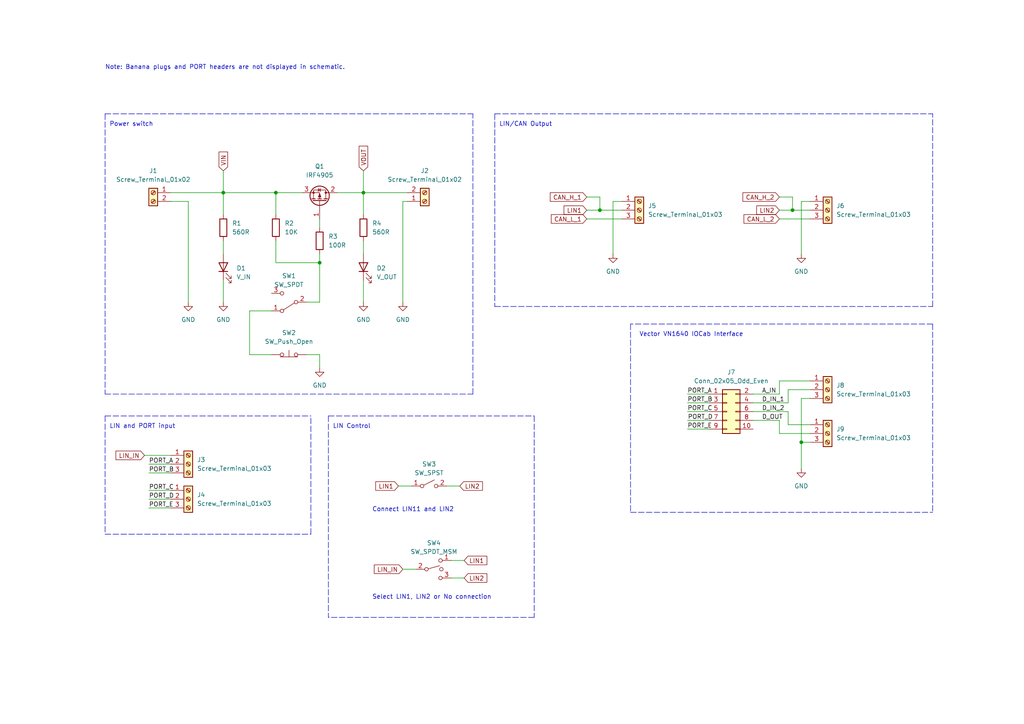
<source format=kicad_sch>
(kicad_sch (version 20211123) (generator eeschema)
  (paper "A4")
  (title_block (title "Universal Breadboard") (date "2022-03-31") (rev "v1.0"))
  (lib_symbols
    (symbol "Connector:Screw_Terminal_01x02" (pin_names (offset 1.016) hide)
      (property "Reference" "J" (at 0 2.54 0))
      (property "Value" "Screw_Terminal_01x02" (at 0 -5.08 0))
      (symbol "Screw_Terminal_01x02_1_1"
        (rectangle (start -1.27 1.27) (end 1.27 -3.81) (stroke (width 0.254)) (fill (type background)))
        (circle (center 0 -2.54) (radius 0.635) (stroke (width 0.1524)))
        (polyline (pts (xy -0.5334 -2.2098) (xy 0.3302 -3.048)) (stroke (width 0.1524)))
        (polyline (pts (xy -0.5334 0.3302) (xy 0.3302 -0.508)) (stroke (width 0.1524)))
        (polyline (pts (xy -0.3556 -2.032) (xy 0.508 -2.8702)) (stroke (width 0.1524)))
        (polyline (pts (xy -0.3556 0.508) (xy 0.508 -0.3302)) (stroke (width 0.1524)))
        (circle (center 0 0) (radius 0.635) (stroke (width 0.1524)))
        (pin passive line (at -5.08 0 0) (length 3.81) (name "Pin_1") (number "1"))
        (pin passive line (at -5.08 -2.54 0) (length 3.81) (name "Pin_2") (number "2"))
      )
    )
    (symbol "Connector:Screw_Terminal_01x03" (pin_names (offset 1.016) hide)
      (property "Reference" "J" (at 0 5.08 0))
      (property "Value" "Screw_Terminal_01x03" (at 0 -5.08 0))
      (symbol "Screw_Terminal_01x03_1_1"
        (rectangle (start -1.27 3.81) (end 1.27 -3.81) (stroke (width 0.254)) (fill (type background)))
        (circle (center 0 -2.54) (radius 0.635) (stroke (width 0.1524)))
        (polyline (pts (xy -0.5334 -2.2098) (xy 0.3302 -3.048)) (stroke (width 0.1524)))
        (polyline (pts (xy -0.5334 0.3302) (xy 0.3302 -0.508)) (stroke (width 0.1524)))
        (polyline (pts (xy -0.5334 2.8702) (xy 0.3302 2.032)) (stroke (width 0.1524)))
        (polyline (pts (xy -0.3556 -2.032) (xy 0.508 -2.8702)) (stroke (width 0.1524)))
        (polyline (pts (xy -0.3556 0.508) (xy 0.508 -0.3302)) (stroke (width 0.1524)))
        (polyline (pts (xy -0.3556 3.048) (xy 0.508 2.2098)) (stroke (width 0.1524)))
        (circle (center 0 0) (radius 0.635) (stroke (width 0.1524)))
        (circle (center 0 2.54) (radius 0.635) (stroke (width 0.1524)))
        (pin passive line (at -5.08 2.54 0) (length 3.81) (name "Pin_1") (number "1"))
        (pin passive line (at -5.08 0 0) (length 3.81) (name "Pin_2") (number "2"))
        (pin passive line (at -5.08 -2.54 0) (length 3.81) (name "Pin_3") (number "3"))
      )
    )
    (symbol "Connector_Generic:Conn_02x05_Odd_Even" (pin_names (offset 1.016) hide)
      (property "Reference" "J" (at 1.27 7.62 0))
      (property "Value" "Conn_02x05_Odd_Even" (at 1.27 -7.62 0))
      (symbol "Conn_02x05_Odd_Even_1_1"
        (rectangle (start -1.27 -4.953) (end 0 -5.207) (stroke (width 0.1524)))
        (rectangle (start -1.27 -2.413) (end 0 -2.667) (stroke (width 0.1524)))
        (rectangle (start -1.27 0.127) (end 0 -0.127) (stroke (width 0.1524)))
        (rectangle (start -1.27 2.667) (end 0 2.413) (stroke (width 0.1524)))
        (rectangle (start -1.27 5.207) (end 0 4.953) (stroke (width 0.1524)))
        (rectangle (start -1.27 6.35) (end 3.81 -6.35) (stroke (width 0.254)) (fill (type background)))
        (rectangle (start 3.81 -4.953) (end 2.54 -5.207) (stroke (width 0.1524)))
        (rectangle (start 3.81 -2.413) (end 2.54 -2.667) (stroke (width 0.1524)))
        (rectangle (start 3.81 0.127) (end 2.54 -0.127) (stroke (width 0.1524)))
        (rectangle (start 3.81 2.667) (end 2.54 2.413) (stroke (width 0.1524)))
        (rectangle (start 3.81 5.207) (end 2.54 4.953) (stroke (width 0.1524)))
        (pin passive line (at -5.08 5.08 0) (length 3.81) (name "Pin_1") (number "1"))
        (pin passive line (at 7.62 -5.08 180) (length 3.81) (name "Pin_10") (number "10"))
        (pin passive line (at 7.62 5.08 180) (length 3.81) (name "Pin_2") (number "2"))
        (pin passive line (at -5.08 2.54 0) (length 3.81) (name "Pin_3") (number "3"))
        (pin passive line (at 7.62 2.54 180) (length 3.81) (name "Pin_4") (number "4"))
        (pin passive line (at -5.08 0 0) (length 3.81) (name "Pin_5") (number "5"))
        (pin passive line (at 7.62 0 180) (length 3.81) (name "Pin_6") (number "6"))
        (pin passive line (at -5.08 -2.54 0) (length 3.81) (name "Pin_7") (number "7"))
        (pin passive line (at 7.62 -2.54 180) (length 3.81) (name "Pin_8") (number "8"))
        (pin passive line (at -5.08 -5.08 0) (length 3.81) (name "Pin_9") (number "9"))
      )
    )
    (symbol "Device:LED" (pin_numbers hide) (pin_names (offset 1.016) hide)
      (property "Reference" "D" (at 0 2.54 0))
      (property "Value" "LED" (at 0 -2.54 0))
      (symbol "LED_0_1"
        (polyline (pts (xy -1.27 -1.27) (xy -1.27 1.27)) (stroke (width 0.254)))
        (polyline (pts (xy -1.27 0) (xy 1.27 0)))
        (polyline (pts (xy 1.27 -1.27) (xy 1.27 1.27) (xy -1.27 0) (xy 1.27 -1.27)) (stroke (width 0.254)))
        (polyline (pts (xy -3.048 -0.762) (xy -4.572 -2.286) (xy -3.81 -2.286) (xy -4.572 -2.286) (xy -4.572 -1.524)))
        (polyline (pts (xy -1.778 -0.762) (xy -3.302 -2.286) (xy -2.54 -2.286) (xy -3.302 -2.286) (xy -3.302 -1.524)))
      )
      (symbol "LED_1_1"
        (pin passive line (at -3.81 0 0) (length 2.54) (name "K") (number "1"))
        (pin passive line (at 3.81 0 180) (length 2.54) (name "A") (number "2"))
      )
    )
    (symbol "Device:R" (pin_numbers hide) (pin_names (offset 0))
      (property "Reference" "R" (at 2.032 0 90))
      (property "Value" "R" (at 0 0 90))
      (symbol "R_0_1"
        (rectangle (start -1.016 -2.54) (end 1.016 2.54) (stroke (width 0.254)))
      )
      (symbol "R_1_1"
        (pin passive line (at 0 3.81 270) (length 1.27) (name "~") (number "1"))
        (pin passive line (at 0 -3.81 90) (length 1.27) (name "~") (number "2"))
      )
    )
    (symbol "Switch:SW_Push_Open" (pin_numbers hide) (pin_names (offset 1.016) hide)
      (property "Reference" "SW" (at 0 2.54 0))
      (property "Value" "SW_Push_Open" (at 0 -1.905 0))
      (symbol "SW_Push_Open_0_1"
        (circle (center -2.032 0) (radius 0.508))
        (polyline (pts (xy -2.54 -0.635) (xy 2.54 -0.635)))
        (polyline (pts (xy 0 -0.635) (xy 0 1.27)))
        (circle (center 2.032 0) (radius 0.508))
        (pin passive line (at -5.08 0 0) (length 2.54) (name "A") (number "1"))
      )
      (symbol "SW_Push_Open_1_1"
        (pin passive line (at 5.08 0 180) (length 2.54) (name "B") (number "2"))
      )
    )
    (symbol "Switch:SW_SPDT" (pin_names (offset 0) hide)
      (property "Reference" "SW" (at 0 4.318 0))
      (property "Value" "SW_SPDT" (at 0 -5.08 0))
      (symbol "SW_SPDT_0_0"
        (circle (center -2.032 0) (radius 0.508))
        (circle (center 2.032 -2.54) (radius 0.508))
      )
      (symbol "SW_SPDT_0_1"
        (polyline (pts (xy -1.524 0.254) (xy 1.651 2.286)))
        (circle (center 2.032 2.54) (radius 0.508))
      )
      (symbol "SW_SPDT_1_1"
        (pin passive line (at 5.08 2.54 180) (length 2.54) (name "A") (number "1"))
        (pin passive line (at -5.08 0 0) (length 2.54) (name "B") (number "2"))
        (pin passive line (at 5.08 -2.54 180) (length 2.54) (name "C") (number "3"))
      )
    )
    (symbol "Switch:SW_SPDT_MSM" (pin_names (offset 0) hide)
      (property "Reference" "SW" (at 0 5.08 0))
      (property "Value" "SW_SPDT_MSM" (at 0 -5.08 0))
      (symbol "SW_SPDT_MSM_0_0"
        (circle (center -2.032 0) (radius 0.508))
        (polyline (pts (xy -1.524 0.127) (xy 1.778 1.016)))
        (circle (center 2.032 -2.54) (radius 0.508))
      )
      (symbol "SW_SPDT_MSM_0_1"
        (circle (center 2.032 2.54) (radius 0.508))
        (circle (center 2.286 0) (radius 0.508))
      )
      (symbol "SW_SPDT_MSM_1_1"
        (pin passive line (at 5.08 2.54 180) (length 2.54) (name "1") (number "1"))
        (pin passive line (at -5.08 0 0) (length 2.54) (name "2") (number "2"))
        (pin passive line (at 5.08 -2.54 180) (length 2.54) (name "3") (number "3"))
      )
    )
    (symbol "Switch:SW_SPST" (pin_names (offset 0) hide)
      (property "Reference" "SW" (at 0 3.175 0))
      (property "Value" "SW_SPST" (at 0 -2.54 0))
      (symbol "SW_SPST_0_0"
        (circle (center -2.032 0) (radius 0.508))
        (polyline (pts (xy -1.524 0.254) (xy 1.524 1.778)))
        (circle (center 2.032 0) (radius 0.508))
      )
      (symbol "SW_SPST_1_1"
        (pin passive line (at -5.08 0 0) (length 2.54) (name "A") (number "1"))
        (pin passive line (at 5.08 0 180) (length 2.54) (name "B") (number "2"))
      )
    )
    (symbol "Transistor_FET:IRF4905" (pin_names hide)
      (property "Reference" "Q" (at 5.08 1.905 0))
      (property "Value" "IRF4905" (at 5.08 0 0))
      (symbol "IRF4905_0_1"
        (polyline (pts (xy 0.254 0) (xy -2.54 0)))
        (polyline (pts (xy 0.254 1.905) (xy 0.254 -1.905)) (stroke (width 0.254)))
        (polyline (pts (xy 0.762 -1.27) (xy 0.762 -2.286)) (stroke (width 0.254)))
        (polyline (pts (xy 0.762 0.508) (xy 0.762 -0.508)) (stroke (width 0.254)))
        (polyline (pts (xy 0.762 2.286) (xy 0.762 1.27)) (stroke (width 0.254)))
        (polyline (pts (xy 2.54 2.54) (xy 2.54 1.778)))
        (polyline (pts (xy 2.54 -2.54) (xy 2.54 0) (xy 0.762 0)))
        (polyline (pts (xy 0.762 1.778) (xy 3.302 1.778) (xy 3.302 -1.778) (xy 0.762 -1.778)))
        (polyline (pts (xy 2.286 0) (xy 1.27 0.381) (xy 1.27 -0.381) (xy 2.286 0)) (fill (type outline)))
        (polyline (pts (xy 2.794 -0.508) (xy 2.921 -0.381) (xy 3.683 -0.381) (xy 3.81 -0.254)))
        (polyline (pts (xy 3.302 -0.381) (xy 2.921 0.254) (xy 3.683 0.254) (xy 3.302 -0.381)))
        (circle (center 1.651 0) (radius 2.794) (stroke (width 0.254)))
        (circle (center 2.54 -1.778) (radius 0.254) (fill (type outline)))
        (circle (center 2.54 1.778) (radius 0.254) (fill (type outline)))
      )
      (symbol "IRF4905_1_1"
        (pin input line (at -5.08 0 0) (length 2.54) (name "G") (number "1"))
        (pin passive line (at 2.54 5.08 270) (length 2.54) (name "D") (number "2"))
        (pin passive line (at 2.54 -5.08 90) (length 2.54) (name "S") (number "3"))
      )
    )
    (symbol "power:GND" (power) (pin_names (offset 0))
      (property "Value" "GND" (at 0 -3.81 0))
      (symbol "GND_0_1"
        (polyline (pts (xy 0 0) (xy 0 -1.27) (xy 1.27 -1.27) (xy 0 -2.54) (xy -1.27 -1.27) (xy 0 -1.27)))
      )
      (symbol "GND_1_1"
        (pin power_in line (at 0 0 270) (length 0) hide (name "GND") (number "1"))
      )
    )
  )
  (junction (at 80.01 55.88))
  (junction (at 173.99 60.96))
  (junction (at 92.71 76.2))
  (junction (at 105.41 55.88))
  (junction (at 229.87 60.96))
  (junction (at 232.41 128.27))
  (junction (at 64.77 55.88))
  (polyline (pts (xy 95.25 120.65) (xy 95.25 179.07)))
  (wire (pts (xy 226.06 125.73) (xy 226.06 121.92)))
  (wire (pts (xy 199.39 121.92) (xy 205.74 121.92)))
  (wire (pts (xy 218.44 119.38) (xy 228.6 119.38)))
  (wire (pts (xy 226.06 63.5) (xy 234.95 63.5)))
  (wire (pts (xy 88.9 102.87) (xy 92.71 102.87)))
  (wire (pts (xy 228.6 116.84) (xy 228.6 113.03)))
  (wire (pts (xy 88.9 87.63) (xy 92.71 87.63)))
  (wire (pts (xy 199.39 114.3) (xy 205.74 114.3)))
  (polyline (pts (xy 182.88 148.59) (xy 270.51 148.59)))
  (polyline (pts (xy 95.25 120.65) (xy 154.94 120.65)))
  (wire (pts (xy 72.39 102.87) (xy 78.74 102.87)))
  (wire (pts (xy 41.91 132.08) (xy 49.53 132.08)))
  (polyline (pts (xy 143.51 88.9) (xy 270.51 88.9)))
  (polyline (pts (xy 143.51 33.02) (xy 143.51 88.9)))
  (wire (pts (xy 234.95 58.42) (xy 232.41 58.42)))
  (wire (pts (xy 170.18 57.15) (xy 173.99 57.15)))
  (wire (pts (xy 80.01 69.85) (xy 80.01 76.2)))
  (wire (pts (xy 226.06 57.15) (xy 229.87 57.15)))
  (wire (pts (xy 229.87 60.96) (xy 234.95 60.96)))
  (wire (pts (xy 49.53 58.42) (xy 54.61 58.42)))
  (wire (pts (xy 173.99 60.96) (xy 180.34 60.96)))
  (wire (pts (xy 43.18 144.78) (xy 49.53 144.78)))
  (wire (pts (xy 72.39 90.17) (xy 78.74 90.17)))
  (wire (pts (xy 115.57 140.97) (xy 119.38 140.97)))
  (wire (pts (xy 105.41 49.53) (xy 105.41 55.88)))
  (wire (pts (xy 232.41 128.27) (xy 232.41 135.89)))
  (wire (pts (xy 226.06 114.3) (xy 226.06 110.49)))
  (wire (pts (xy 105.41 69.85) (xy 105.41 73.66)))
  (wire (pts (xy 234.95 115.57) (xy 232.41 115.57)))
  (polyline (pts (xy 30.48 154.94) (xy 90.17 154.94)))
  (polyline (pts (xy 154.94 120.65) (xy 154.94 179.07)))
  (wire (pts (xy 54.61 58.42) (xy 54.61 87.63)))
  (wire (pts (xy 229.87 57.15) (xy 229.87 60.96)))
  (wire (pts (xy 170.18 60.96) (xy 173.99 60.96)))
  (wire (pts (xy 43.18 142.24) (xy 49.53 142.24)))
  (wire (pts (xy 177.8 58.42) (xy 177.8 73.66)))
  (wire (pts (xy 232.41 115.57) (xy 232.41 128.27)))
  (wire (pts (xy 43.18 137.16) (xy 49.53 137.16)))
  (wire (pts (xy 80.01 76.2) (xy 92.71 76.2)))
  (polyline (pts (xy 270.51 88.9) (xy 270.51 33.02)))
  (polyline (pts (xy 30.48 33.02) (xy 30.48 114.3)))
  (wire (pts (xy 199.39 124.46) (xy 205.74 124.46)))
  (wire (pts (xy 80.01 55.88) (xy 80.01 62.23)))
  (wire (pts (xy 226.06 60.96) (xy 229.87 60.96)))
  (wire (pts (xy 234.95 123.19) (xy 228.6 123.19)))
  (wire (pts (xy 43.18 147.32) (xy 49.53 147.32)))
  (wire (pts (xy 64.77 49.53) (xy 64.77 55.88)))
  (wire (pts (xy 116.84 165.1) (xy 120.65 165.1)))
  (polyline (pts (xy 270.51 93.98) (xy 182.88 93.98)))
  (wire (pts (xy 130.81 167.64) (xy 134.62 167.64)))
  (polyline (pts (xy 30.48 120.65) (xy 90.17 120.65)))
  (polyline (pts (xy 154.94 179.07) (xy 95.25 179.07)))
  (wire (pts (xy 177.8 58.42) (xy 180.34 58.42)))
  (polyline (pts (xy 182.88 93.98) (xy 182.88 148.59)))
  (polyline (pts (xy 270.51 93.98) (xy 270.51 148.59)))
  (wire (pts (xy 130.81 162.56) (xy 134.62 162.56)))
  (wire (pts (xy 199.39 119.38) (xy 205.74 119.38)))
  (wire (pts (xy 118.11 58.42) (xy 116.84 58.42)))
  (polyline (pts (xy 30.48 114.3) (xy 137.16 114.3)))
  (wire (pts (xy 129.54 140.97) (xy 133.35 140.97)))
  (wire (pts (xy 218.44 114.3) (xy 226.06 114.3)))
  (wire (pts (xy 97.79 55.88) (xy 105.41 55.88)))
  (wire (pts (xy 226.06 110.49) (xy 234.95 110.49)))
  (wire (pts (xy 72.39 90.17) (xy 72.39 102.87)))
  (wire (pts (xy 199.39 116.84) (xy 205.74 116.84)))
  (wire (pts (xy 92.71 76.2) (xy 92.71 73.66)))
  (wire (pts (xy 92.71 102.87) (xy 92.71 106.68)))
  (wire (pts (xy 232.41 128.27) (xy 234.95 128.27)))
  (wire (pts (xy 170.18 63.5) (xy 180.34 63.5)))
  (polyline (pts (xy 137.16 114.3) (xy 137.16 33.02)))
  (wire (pts (xy 64.77 81.28) (xy 64.77 87.63)))
  (wire (pts (xy 105.41 81.28) (xy 105.41 87.63)))
  (polyline (pts (xy 90.17 154.94) (xy 90.17 120.65)))
  (wire (pts (xy 105.41 55.88) (xy 118.11 55.88)))
  (polyline (pts (xy 143.51 33.02) (xy 270.51 33.02)))
  (wire (pts (xy 64.77 55.88) (xy 64.77 62.23)))
  (wire (pts (xy 226.06 125.73) (xy 234.95 125.73)))
  (polyline (pts (xy 30.48 120.65) (xy 30.48 154.94)))
  (wire (pts (xy 218.44 116.84) (xy 228.6 116.84)))
  (wire (pts (xy 226.06 121.92) (xy 218.44 121.92)))
  (wire (pts (xy 43.18 134.62) (xy 49.53 134.62)))
  (wire (pts (xy 228.6 113.03) (xy 234.95 113.03)))
  (wire (pts (xy 228.6 123.19) (xy 228.6 119.38)))
  (polyline (pts (xy 30.48 33.02) (xy 137.16 33.02)))
  (wire (pts (xy 92.71 63.5) (xy 92.71 66.04)))
  (wire (pts (xy 92.71 87.63) (xy 92.71 76.2)))
  (wire (pts (xy 173.99 57.15) (xy 173.99 60.96)))
  (wire (pts (xy 49.53 55.88) (xy 64.77 55.88)))
  (wire (pts (xy 116.84 58.42) (xy 116.84 87.63)))
  (wire (pts (xy 80.01 55.88) (xy 87.63 55.88)))
  (wire (pts (xy 64.77 55.88) (xy 80.01 55.88)))
  (wire (pts (xy 64.77 69.85) (xy 64.77 73.66)))
  (wire (pts (xy 232.41 58.42) (xy 232.41 73.66)))
  (wire (pts (xy 105.41 55.88) (xy 105.41 62.23)))
  (text "Vector VN1640 IOCab Interface" (at 185.42 97.79 0) (effects (font (size 1.27 1.27)) (justify left bottom)))
  (text "Select LIN1, LIN2 or No connection\n" (at 107.95 173.99 0) (effects (font (size 1.27 1.27)) (justify left bottom)))
  (text "Connect LIN11 and LIN2" (at 107.95 148.59 0) (effects (font (size 1.27 1.27)) (justify left bottom)))
  (text "LIN Control" (at 96.52 124.46 0) (effects (font (size 1.27 1.27)) (justify left bottom)))
  (text "Note: Banana plugs and PORT headers are not displayed in schematic." (at 30.48 20.32 0) (effects (font (size 1.27 1.27)) (justify left bottom)))
  (text "LIN and PORT input" (at 31.75 124.46 0) (effects (font (size 1.27 1.27)) (justify left bottom)))
  (text "LIN/CAN Output" (at 144.78 36.83 0) (effects (font (size 1.27 1.27)) (justify left bottom)))
  (text "Power switch" (at 31.75 36.83 0) (effects (font (size 1.27 1.27)) (justify left bottom)))
  (label "PORT_C" (at 43.18 142.24 0))
  (label "PORT_E" (at 43.18 147.32 0))
  (label "PORT_D" (at 199.4654 121.92 0))
  (label "D_OUT" (at 220.98 121.92 0))
  (label "PORT_B" (at 43.18 137.16 0))
  (label "PORT_A" (at 43.18 134.62 0))
  (label "PORT_E" (at 199.39 124.46 0))
  (label "PORT_D" (at 43.18 144.78 0))
  (label "PORT_C" (at 199.39 119.38 0))
  (label "PORT_B" (at 199.39 116.84 0))
  (label "D_IN_1" (at 220.98 116.84 0))
  (label "A_IN" (at 220.98 114.3 0))
  (label "D_IN_2" (at 220.98 119.38 0))
  (label "PORT_A" (at 199.39 114.3 0))
  (global_label "LIN_IN" (shape input) (at 116.84 165.1 180) (property "Intersheet References" "${INTERSHEET_REFS}" (effects hide)))
  (global_label "VIN" (shape input) (at 64.77 49.53 90) (property "Intersheet References" "${INTERSHEET_REFS}" (effects hide)))
  (global_label "LIN1" (shape input) (at 170.18 60.96 180) (property "Intersheet References" "${INTERSHEET_REFS}" (effects hide)))
  (global_label "LIN2" (shape input) (at 134.62 167.64 0) (property "Intersheet References" "${INTERSHEET_REFS}" (effects hide)))
  (global_label "CAN_L_1" (shape input) (at 170.18 63.5 180) (property "Intersheet References" "${INTERSHEET_REFS}" (effects hide)))
  (global_label "LIN2" (shape input) (at 133.35 140.97 0) (property "Intersheet References" "${INTERSHEET_REFS}" (effects hide)))
  (global_label "LIN2" (shape input) (at 226.06 60.96 180) (property "Intersheet References" "${INTERSHEET_REFS}" (effects hide)))
  (global_label "CAN_L_2" (shape input) (at 226.06 63.5 180) (property "Intersheet References" "${INTERSHEET_REFS}" (effects hide)))
  (global_label "LIN1" (shape input) (at 134.62 162.56 0) (property "Intersheet References" "${INTERSHEET_REFS}" (effects hide)))
  (global_label "LIN_IN" (shape input) (at 41.91 132.08 180) (property "Intersheet References" "${INTERSHEET_REFS}" (effects hide)))
  (global_label "CAN_H_2" (shape input) (at 226.06 57.15 180) (property "Intersheet References" "${INTERSHEET_REFS}" (effects hide)))
  (global_label "LIN1" (shape input) (at 115.57 140.97 180) (property "Intersheet References" "${INTERSHEET_REFS}" (effects hide)))
  (global_label "CAN_H_1" (shape input) (at 170.18 57.15 180) (property "Intersheet References" "${INTERSHEET_REFS}" (effects hide)))
  (global_label "VOUT" (shape input) (at 105.41 49.53 90) (property "Intersheet References" "${INTERSHEET_REFS}" (effects hide)))
  (symbol (lib_id "Device:R") (at 64.77 66.04 0) (unit 1)
    (property "Reference" "R1" (at 67.31 64.7699 0) (effects (justify left)))
    (property "Value" "560R" (at 67.31 67.3099 0) (effects (justify left)))
    (property "Footprint" "Resistor_THT:R_Axial_DIN0207_L6.3mm_D2.5mm_P7.62mm_Horizontal" (effects hide))
  )
  (symbol (lib_id "Device:R") (at 105.41 66.04 0) (unit 1)
    (property "Reference" "R4" (at 107.95 64.7699 0) (effects (justify left)))
    (property "Value" "560R" (at 107.95 67.3099 0) (effects (justify left)))
    (property "Footprint" "Resistor_THT:R_Axial_DIN0207_L6.3mm_D2.5mm_P7.62mm_Horizontal" (effects hide))
  )
  (symbol (lib_id "power:GND") (at 54.61 87.63 0) (unit 1)
    (property "Reference" "#PWR06" (effects hide))
    (property "Value" "GND" (at 54.61 92.71 0))
  )
  (symbol (lib_id "power:GND") (at 232.41 73.66 0) (unit 1)
    (property "Reference" "#PWR05" (effects hide))
    (property "Value" "GND" (at 232.41 78.74 0))
  )
  (symbol (lib_id "Switch:SW_SPDT") (at 83.82 87.63 180) (unit 1)
    (property "Reference" "SW1" (at 83.82 80.01 0))
    (property "Value" "SW_SPDT" (at 83.82 82.55 0))
    (property "Footprint" "Connector_PinHeader_2.54mm:PinHeader_1x03_P2.54mm_Vertical" (effects hide))
  )
  (symbol (lib_id "Device:LED") (at 64.77 77.47 90) (unit 1)
    (property "Reference" "D1" (at 68.58 77.7874 90) (effects (justify right)))
    (property "Value" "V_IN" (at 68.58 80.3274 90) (effects (justify right)))
    (property "Footprint" "LED_THT:LED_D5.0mm" (effects hide))
  )
  (symbol (lib_id "Connector:Screw_Terminal_01x03") (at 54.61 144.78 0) (unit 1)
    (property "Reference" "J4" (at 57.15 143.5099 0) (effects (justify left)))
    (property "Value" "Screw_Terminal_01x03" (at 57.15 146.0499 0) (effects (justify left)))
    (property "Footprint" "TerminalBlock_TE-Connectivity:TerminalBlock_TE_282834-3_1x03_P2.54mm_Horizontal" (effects hide))
  )
  (symbol (lib_id "power:GND") (at 92.71 106.68 0) (unit 1)
    (property "Reference" "#PWR02" (effects hide))
    (property "Value" "GND" (at 92.71 111.76 0))
  )
  (symbol (lib_id "Connector_Generic:Conn_02x05_Odd_Even") (at 210.82 119.38 0) (unit 1)
    (property "Reference" "J7" (at 212.09 107.95 0))
    (property "Value" "Conn_02x05_Odd_Even" (at 212.09 110.49 0))
    (property "Footprint" "Connector_PinHeader_2.54mm:PinHeader_2x05_P2.54mm_Vertical" (effects hide))
  )
  (symbol (lib_id "Device:LED") (at 105.41 77.47 90) (unit 1)
    (property "Reference" "D2" (at 109.22 77.7874 90) (effects (justify right)))
    (property "Value" "V_OUT" (at 109.22 80.3274 90) (effects (justify right)))
    (property "Footprint" "LED_THT:LED_D5.0mm" (effects hide))
  )
  (symbol (lib_id "Connector:Screw_Terminal_01x03") (at 185.42 60.96 0) (unit 1)
    (property "Reference" "J5" (at 187.96 59.6899 0) (effects (justify left)))
    (property "Value" "Screw_Terminal_01x03" (at 187.96 62.2299 0) (effects (justify left)))
    (property "Footprint" "TerminalBlock_TE-Connectivity:TerminalBlock_TE_282834-3_1x03_P2.54mm_Horizontal" (effects hide))
  )
  (symbol (lib_id "Device:R") (at 80.01 66.04 0) (unit 1)
    (property "Reference" "R2" (at 82.55 64.7699 0) (effects (justify left)))
    (property "Value" "10K" (at 82.55 67.3099 0) (effects (justify left)))
    (property "Footprint" "Resistor_THT:R_Axial_DIN0207_L6.3mm_D2.5mm_P7.62mm_Horizontal" (effects hide))
  )
  (symbol (lib_id "Connector:Screw_Terminal_01x03") (at 240.03 60.96 0) (unit 1)
    (property "Reference" "J6" (at 242.57 59.6899 0) (effects (justify left)))
    (property "Value" "Screw_Terminal_01x03" (at 242.57 62.2299 0) (effects (justify left)))
    (property "Footprint" "TerminalBlock_TE-Connectivity:TerminalBlock_TE_282834-3_1x03_P2.54mm_Horizontal" (effects hide))
  )
  (symbol (lib_id "Transistor_FET:IRF4905") (at 92.71 58.42 270) (mirror x) (unit 1)
    (property "Reference" "Q1" (at 92.71 48.26 90))
    (property "Value" "IRF4905" (at 92.71 50.8 90))
    (property "Footprint" "Package_TO_SOT_THT:TO-220-3_Vertical" (effects hide))
    (property "Datasheet" "http://www.infineon.com/dgdl/irf4905.pdf?fileId=5546d462533600a4015355e32165197c" (effects hide))
  )
  (symbol (lib_id "Connector:Screw_Terminal_01x03") (at 240.03 125.73 0) (unit 1)
    (property "Reference" "J9" (at 242.57 124.4599 0) (effects (justify left)))
    (property "Value" "Screw_Terminal_01x03" (at 242.57 126.9999 0) (effects (justify left)))
    (property "Footprint" "TerminalBlock_TE-Connectivity:TerminalBlock_TE_282834-3_1x03_P2.54mm_Horizontal" (effects hide))
  )
  (symbol (lib_id "power:GND") (at 64.77 87.63 0) (unit 1)
    (property "Reference" "#PWR01" (effects hide))
    (property "Value" "GND" (at 64.77 92.71 0))
  )
  (symbol (lib_id "power:GND") (at 116.84 87.63 0) (unit 1)
    (property "Reference" "#PWR07" (effects hide))
    (property "Value" "GND" (at 116.84 92.71 0))
  )
  (symbol (lib_id "Connector:Screw_Terminal_01x02") (at 44.45 55.88 0) (mirror y) (unit 1)
    (property "Reference" "J1" (at 44.45 49.53 0))
    (property "Value" "Screw_Terminal_01x02" (at 44.45 52.07 0))
    (property "Footprint" "TerminalBlock_Phoenix:TerminalBlock_Phoenix_MKDS-1,5-2-5.08_1x02_P5.08mm_Horizontal" (effects hide))
  )
  (symbol (lib_id "Connector:Screw_Terminal_01x03") (at 240.03 113.03 0) (unit 1)
    (property "Reference" "J8" (at 242.57 111.7599 0) (effects (justify left)))
    (property "Value" "Screw_Terminal_01x03" (at 242.57 114.2999 0) (effects (justify left)))
    (property "Footprint" "TerminalBlock_TE-Connectivity:TerminalBlock_TE_282834-3_1x03_P2.54mm_Horizontal" (effects hide))
  )
  (symbol (lib_id "power:GND") (at 177.8 73.66 0) (unit 1)
    (property "Reference" "#PWR04" (effects hide))
    (property "Value" "GND" (at 177.8 78.74 0))
  )
  (symbol (lib_id "power:GND") (at 232.41 135.89 0) (unit 1)
    (property "Reference" "#PWR08" (effects hide))
    (property "Value" "GND" (at 232.41 140.97 0))
  )
  (symbol (lib_id "Switch:SW_Push_Open") (at 83.82 102.87 0) (unit 1)
    (property "Reference" "SW2" (at 83.82 96.52 0))
    (property "Value" "SW_Push_Open" (at 83.82 99.06 0))
    (property "Footprint" "Connector_PinHeader_2.54mm:PinHeader_1x02_P2.54mm_Vertical" (effects hide))
  )
  (symbol (lib_id "power:GND") (at 105.41 87.63 0) (unit 1)
    (property "Reference" "#PWR03" (effects hide))
    (property "Value" "GND" (at 105.41 92.71 0))
  )
  (symbol (lib_id "Connector:Screw_Terminal_01x03") (at 54.61 134.62 0) (unit 1)
    (property "Reference" "J3" (at 57.15 133.3499 0) (effects (justify left)))
    (property "Value" "Screw_Terminal_01x03" (at 57.15 135.8899 0) (effects (justify left)))
    (property "Footprint" "TerminalBlock_TE-Connectivity:TerminalBlock_TE_282834-3_1x03_P2.54mm_Horizontal" (effects hide))
  )
  (symbol (lib_id "Device:R") (at 92.71 69.85 0) (unit 1)
    (property "Reference" "R3" (at 95.25 68.5799 0) (effects (justify left)))
    (property "Value" "100R" (at 95.25 71.1199 0) (effects (justify left)))
    (property "Footprint" "Resistor_THT:R_Axial_DIN0207_L6.3mm_D2.5mm_P7.62mm_Horizontal" (effects hide))
  )
  (symbol (lib_id "Connector:Screw_Terminal_01x02") (at 123.19 58.42 0) (mirror x) (unit 1)
    (property "Reference" "J2" (at 123.19 49.53 0))
    (property "Value" "Screw_Terminal_01x02" (at 123.19 52.07 0))
    (property "Footprint" "TerminalBlock_Phoenix:TerminalBlock_Phoenix_MKDS-1,5-2-5.08_1x02_P5.08mm_Horizontal" (effects hide))
  )
  (symbol (lib_id "Switch:SW_SPDT_MSM") (at 125.73 165.1 0) (unit 1)
    (property "Reference" "SW4" (at 125.857 157.48 0))
    (property "Value" "SW_SPDT_MSM" (at 125.857 160.02 0))
    (property "Footprint" "Connector_PinHeader_2.54mm:PinHeader_1x03_P2.54mm_Vertical" (effects hide))
  )
  (symbol (lib_id "Switch:SW_SPST") (at 124.46 140.97 0) (unit 1)
    (property "Reference" "SW3" (at 124.46 134.62 0))
    (property "Value" "SW_SPST" (at 124.46 137.16 0))
    (property "Footprint" "Connector_PinHeader_2.54mm:PinHeader_1x02_P2.54mm_Vertical" (effects hide))
  )
)
</source>
